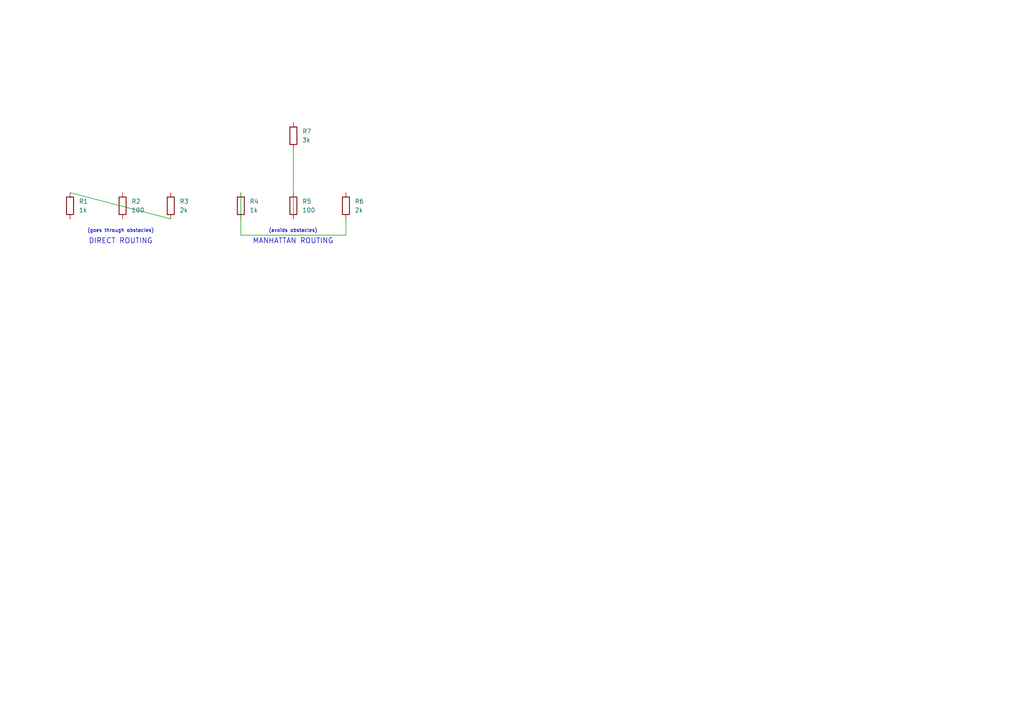
<source format=kicad_sch>
(kicad_sch (version 20250114) (generator "eeschema") (generator_version "9.0")
  (paper "A4")
  (title_block (title "Direct vs Manhattan Routing"))
  (lib_symbols
    (symbol "Device:R" (pin_numbers (hide yes)) (pin_names (offset 0))
      (property "Reference" "R" (at 2.032 0 90))
      (property "Value" "R" (at 0 0 90))
      (symbol "R_0_1"
        (rectangle (start -1.016 -2.54) (end 1.016 2.54) (stroke (width 0.254)))
      )
      (symbol "R_1_1"
        (pin passive line (at 0 3.81 270) (length 1.27) (name "~") (number "1"))
        (pin passive line (at 0 -3.81 90) (length 1.27) (name "~") (number "2"))
      )
    )
  )
  (symbol (lib_id "Device:R") (at 20.32 59.69 0) (unit 1)
    (property "Reference" "R1" (at 22.86 58.4199 0) (effects (justify left)))
    (property "Value" "1k" (at 22.86 60.9599 0) (effects (justify left)))
  )
  (symbol (lib_id "Device:R") (at 35.56 59.69 0) (unit 1)
    (property "Reference" "R2" (at 38.1 58.4199 0) (effects (justify left)))
    (property "Value" "100" (at 38.1 60.9599 0) (effects (justify left)))
  )
  (symbol (lib_id "Device:R") (at 49.53 59.69 0) (unit 1)
    (property "Reference" "R3" (at 52.07 58.4199 0) (effects (justify left)))
    (property "Value" "2k" (at 52.07 60.9599 0) (effects (justify left)))
  )
  (symbol (lib_id "Device:R") (at 69.85 59.69 0) (unit 1)
    (property "Reference" "R4" (at 72.39 58.4199 0) (effects (justify left)))
    (property "Value" "1k" (at 72.39 60.9599 0) (effects (justify left)))
  )
  (symbol (lib_id "Device:R") (at 85.09 59.69 0) (unit 1)
    (property "Reference" "R5" (at 87.63 58.4199 0) (effects (justify left)))
    (property "Value" "100" (at 87.63 60.9599 0) (effects (justify left)))
  )
  (symbol (lib_id "Device:R") (at 100.33 59.69 0) (unit 1)
    (property "Reference" "R6" (at 102.87 58.4199 0) (effects (justify left)))
    (property "Value" "2k" (at 102.87 60.9599 0) (effects (justify left)))
  )
  (symbol (lib_id "Device:R") (at 85.09 39.37 0) (unit 1)
    (property "Reference" "R7" (at 87.63 38.0999 0) (effects (justify left)))
    (property "Value" "3k" (at 87.63 40.6399 0) (effects (justify left)))
  )
  (wire (pts (xy 20.32 55.88) (xy 49.53 63.5)))
  (wire (pts (xy 69.85 55.88) (xy 69.85 68.199)))
  (wire (pts (xy 69.85 68.199) (xy 100.33 68.199)))
  (wire (pts (xy 100.33 68.199) (xy 100.33 63.5)))
  (wire (pts (xy 85.09 63.5) (xy 85.09 43.18)))
  (text "DIRECT ROUTING" (at 35 70 0.0000) (effects (font (size 1.5 1.5))))
  (text "(goes through obstacles)" (at 35 67 0.0000) (effects (font (size 1 1))))
  (text "MANHATTAN ROUTING" (at 85 70 0.0000) (effects (font (size 1.5 1.5))))
  (text "(avoids obstacles)" (at 85 67 0.0000) (effects (font (size 1 1))))
)
</source>
